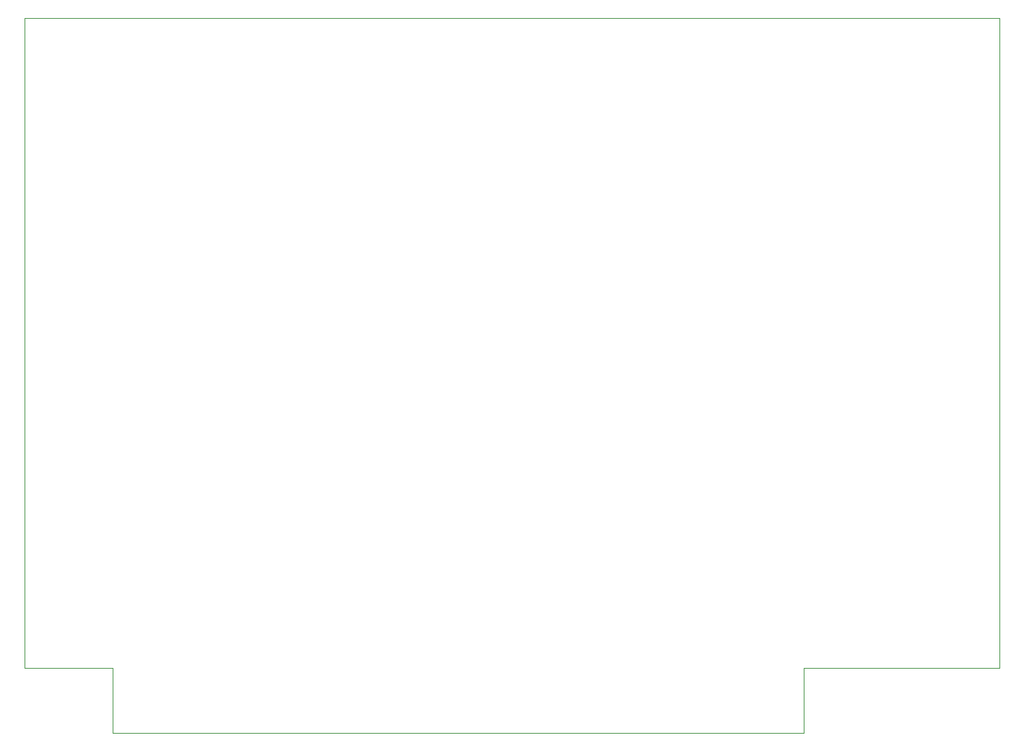
<source format=gbr>
G04 #@! TF.GenerationSoftware,KiCad,Pcbnew,(5.1.8)-1*
G04 #@! TF.CreationDate,2022-04-25T13:15:40-06:00*
G04 #@! TF.ProjectId,LCD 8255,4c434420-3832-4353-952e-6b696361645f,rev?*
G04 #@! TF.SameCoordinates,Original*
G04 #@! TF.FileFunction,Profile,NP*
%FSLAX46Y46*%
G04 Gerber Fmt 4.6, Leading zero omitted, Abs format (unit mm)*
G04 Created by KiCad (PCBNEW (5.1.8)-1) date 2022-04-25 13:15:40*
%MOMM*%
%LPD*%
G01*
G04 APERTURE LIST*
G04 #@! TA.AperFunction,Profile*
%ADD10C,0.050000*%
G04 #@! TD*
G04 APERTURE END LIST*
D10*
X84328000Y-142240000D02*
X94615000Y-142240000D01*
X84328000Y-66040000D02*
X84328000Y-142240000D01*
X198628000Y-66040000D02*
X84328000Y-66040000D01*
X198628000Y-142240000D02*
X198628000Y-66040000D01*
X175641000Y-142240000D02*
X198628000Y-142240000D01*
X175641000Y-142240000D02*
X175641000Y-149860000D01*
X175641000Y-149860000D02*
X94615000Y-149860000D01*
X94615000Y-149860000D02*
X94615000Y-142240000D01*
M02*

</source>
